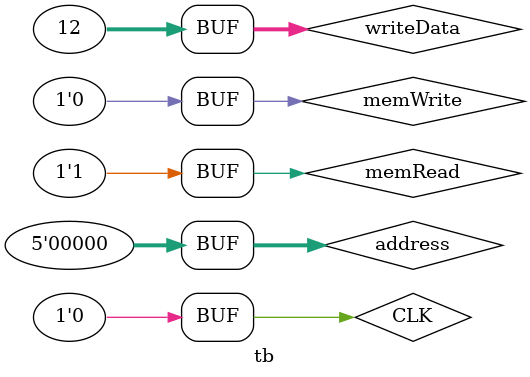
<source format=v>
module dataMem(readData, writeData, address, memWrite, memRead, CLK);
/*
Data memory module
------------------
Description: It's a MIPS's data memory (main memory) which allow the CPU to perform 
normal read/write operations.
Note: assuming address bus is 5-bit then memory is 32*32 bits
*/
output reg [31:0] readData;
input [31:0] writeData;
input [4:0] address;
input memWrite,memRead, CLK;

reg [31:0] mem [0:31];

always @(posedge CLK)
begin
if(memRead)
begin
readData <= mem[address];
end

else if(memWrite)
begin
mem[address] <= writeData;
end

end

endmodule

//-----------------------------------------------------------------
/*
Data memory test bench
----------------------
inputs : writeData, address, memRead, memWrite, CLK
outputs: readdata
*/
module tb();

reg [31:0] writeData;
reg [4:0] address;
reg memRead, memWrite, CLK;
wire [31:0] readData;

initial
begin
$monitor("%d %d %d %d %d",$time, memRead, memWrite, readData, writeData, address);
CLK = 0;
memRead =0;
memWrite=1;
address=0;
writeData=12;
#50
CLK=1;
#50
CLK=0;
#50
memWrite=0;
#50
CLK=1;
#50
address=0;
memRead=1;
#50
CLK=0;
#50
CLK=1;
#50
CLK=0;
end

dataMem data1(readData, writeData, address, memWrite, memRead, CLK);
endmodule

</source>
